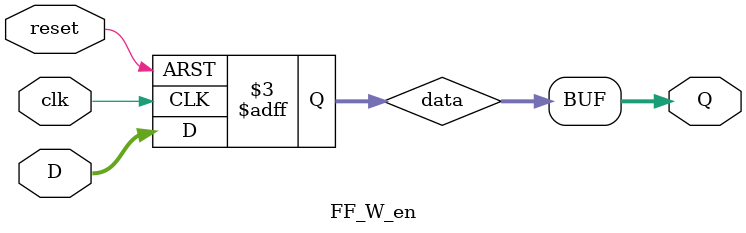
<source format=v>
module FF_W_en
 // Register with active-high clock & asynchronous load
 #(
	parameter WIDTH = 32
)
(
	//input/ output ports
	input			[WIDTH-1:0] D, 
	input 		clk,
	input			reset,
	output		[WIDTH-1:0] Q
);
   //variable to storage states
	reg [WIDTH-1:0] data;
	always @(posedge clk or negedge reset) 
	begin
      if (!reset)
         data <= 0;
      else
         data <= D;
   end 
	assign Q = data;	
endmodule 
</source>
